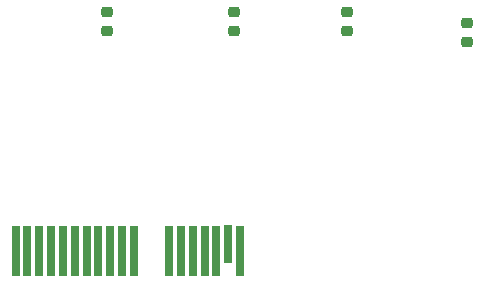
<source format=gbr>
G04 #@! TF.GenerationSoftware,KiCad,Pcbnew,(6.0.0)*
G04 #@! TF.CreationDate,2022-03-25T21:10:54+08:00*
G04 #@! TF.ProjectId,PowerSupply,506f7765-7253-4757-9070-6c792e6b6963,rev?*
G04 #@! TF.SameCoordinates,PX5e56640PY77750e0*
G04 #@! TF.FileFunction,Soldermask,Top*
G04 #@! TF.FilePolarity,Negative*
%FSLAX46Y46*%
G04 Gerber Fmt 4.6, Leading zero omitted, Abs format (unit mm)*
G04 Created by KiCad (PCBNEW (6.0.0)) date 2022-03-25 21:10:54*
%MOMM*%
%LPD*%
G01*
G04 APERTURE LIST*
G04 Aperture macros list*
%AMRoundRect*
0 Rectangle with rounded corners*
0 $1 Rounding radius*
0 $2 $3 $4 $5 $6 $7 $8 $9 X,Y pos of 4 corners*
0 Add a 4 corners polygon primitive as box body*
4,1,4,$2,$3,$4,$5,$6,$7,$8,$9,$2,$3,0*
0 Add four circle primitives for the rounded corners*
1,1,$1+$1,$2,$3*
1,1,$1+$1,$4,$5*
1,1,$1+$1,$6,$7*
1,1,$1+$1,$8,$9*
0 Add four rect primitives between the rounded corners*
20,1,$1+$1,$2,$3,$4,$5,0*
20,1,$1+$1,$4,$5,$6,$7,0*
20,1,$1+$1,$6,$7,$8,$9,0*
20,1,$1+$1,$8,$9,$2,$3,0*%
G04 Aperture macros list end*
%ADD10RoundRect,0.225000X-0.250000X0.225000X-0.250000X-0.225000X0.250000X-0.225000X0.250000X0.225000X0*%
%ADD11R,0.700000X4.300000*%
%ADD12R,0.700000X3.200000*%
G04 APERTURE END LIST*
D10*
G04 #@! TO.C,C9*
X51230000Y24325000D03*
X51230000Y22775000D03*
G04 #@! TD*
G04 #@! TO.C,C11*
X41140000Y25245000D03*
X41140000Y23695000D03*
G04 #@! TD*
G04 #@! TO.C,C25*
X31550000Y25245000D03*
X31550000Y23695000D03*
G04 #@! TD*
G04 #@! TO.C,C27*
X20780000Y25245000D03*
X20780000Y23695000D03*
G04 #@! TD*
D11*
G04 #@! TO.C,PCI1*
X13050000Y5050000D03*
X14050000Y5050000D03*
X15050000Y5050000D03*
X16050000Y5050000D03*
X17050000Y5050000D03*
X18050000Y5050000D03*
X19050000Y5050000D03*
X20050000Y5050000D03*
X21050000Y5050000D03*
X22050000Y5050000D03*
X23050000Y5050000D03*
X26050000Y5050000D03*
X27050000Y5050000D03*
X28050000Y5050000D03*
X29050000Y5050000D03*
X30050000Y5050000D03*
D12*
X31050000Y5600000D03*
D11*
X32050000Y5050000D03*
G04 #@! TD*
M02*

</source>
